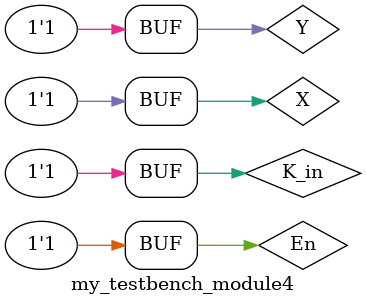
<source format=sv>
`timescale 1ns/1ns

module my_testbench_module4(

);
reg En, X, Y, K_in;
reg U, K_out;

module_gen t4(.En(En), .X(X), .Y(Y), .K_in(K_in), .U(U), .K_out(K_out));

initial begin

En <= 0; X<= 0; Y <= 0; K_in <= 0;
#10;
En <= 0; X<= 0; Y <= 0; K_in <= 1;
#10;
En <= 0; X<= 0; Y <= 1; K_in <= 0;
#10;
En <= 0; X<= 0; Y <= 1; K_in <= 1;
#10;
En <= 0; X<= 1; Y <= 0; K_in <= 0;
#10;
En <= 0; X<= 1; Y <= 0; K_in <= 1;
#10;
En <= 0; X<= 1; Y <= 1; K_in <= 0;
#10;
En <= 0; X<= 1; Y <= 1; K_in <= 1;
#10;
En <= 1; X<= 0; Y <= 0; K_in <= 0;
#10;
En <= 1; X<= 0; Y <= 0; K_in <= 1;
#10;
En <= 1; X<= 0; Y <= 1; K_in <= 0;
#10;
En <= 1; X<= 0; Y <= 1; K_in <= 1;
#10;
En <= 1; X<= 1; Y <= 0; K_in <= 0;
#10;
En <= 1; X<= 1; Y <= 0; K_in <= 1;
#10;
En <= 1; X<= 1; Y <= 1; K_in <= 0;
#10;
En <= 1; X<= 1; Y <= 1; K_in <= 1;
#10;
end
endmodule

</source>
